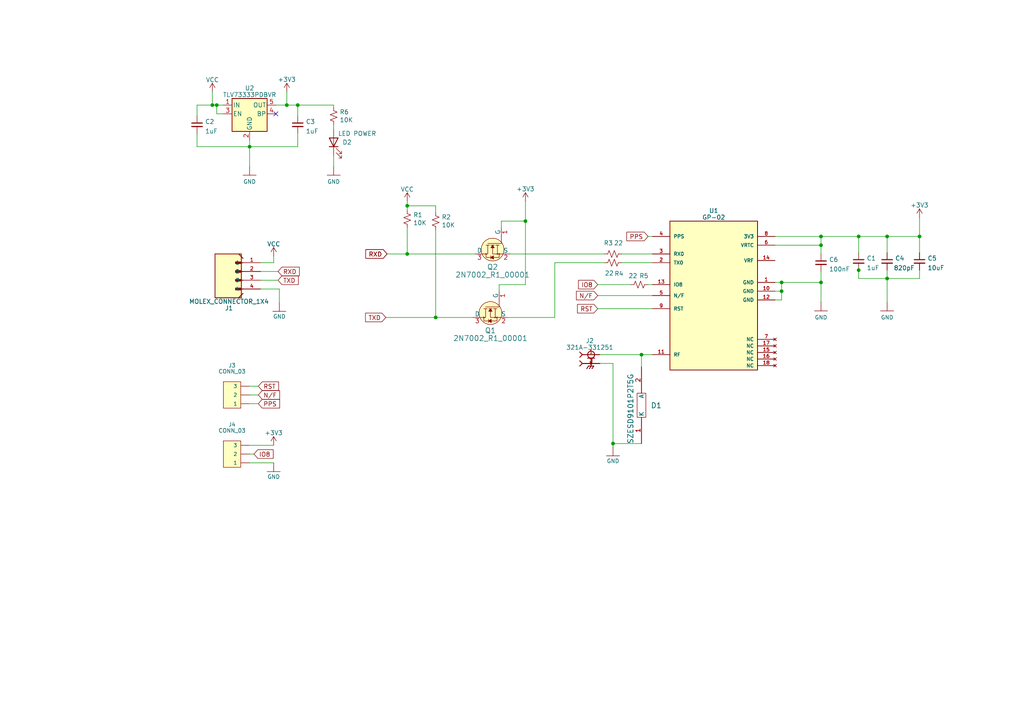
<source format=kicad_sch>
(kicad_sch (version 20230121) (generator eeschema)
  (paper "A4")
  (title_block (title "GP-02") (company "BOARDOZA YUNUS BEKAR"))
  (lib_symbols
    (symbol "CONN_03_1" (pin_numbers hide) (pin_names (offset 1.016))
      (property "Reference" "J" (at -5.08 7.62 0))
      (property "Value" "CONN_03" (at -5.08 -3.81 0))
      (property "Field4" "XXX-00000" (at 0 11.43 0))
      (symbol "CONN_03_1_0_1"
        (rectangle (start 0 -1.27) (end -5.08 6.35) (fill (type background)))
      )
      (symbol "CONN_03_1_1_1"
        (pin passive line (at 2.54 0 180) (length 2.54) (name "1") (number "1"))
        (pin passive line (at 2.54 2.54 180) (length 2.54) (name "2") (number "2"))
        (pin passive line (at 2.54 5.08 180) (length 2.54) (name "3") (number "3"))
      )
    )
    (symbol "Device:C_Small" (pin_numbers hide) (pin_names (offset 0.254) hide)
      (property "Reference" "C" (at 0.254 1.778 0))
      (property "Value" "C_Small" (at 0.254 -2.032 0))
      (symbol "C_Small_0_1"
        (polyline (pts (xy -1.524 -0.508) (xy 1.524 -0.508)) (stroke (width 0.3302)))
        (polyline (pts (xy -1.524 0.508) (xy 1.524 0.508)) (stroke (width 0.3048)))
      )
      (symbol "C_Small_1_1"
        (pin passive line (at 0 2.54 270) (length 2.032) (name "~") (number "1"))
        (pin passive line (at 0 -2.54 90) (length 2.032) (name "~") (number "2"))
      )
    )
    (symbol "Device:LED" (pin_numbers hide) (pin_names (offset 1.016) hide)
      (property "Reference" "D" (at 0 2.54 0))
      (property "Value" "LED" (at 0 -2.54 0))
      (symbol "LED_0_1"
        (polyline (pts (xy -1.27 -1.27) (xy -1.27 1.27)) (stroke (width 0.254)))
        (polyline (pts (xy -1.27 0) (xy 1.27 0)))
        (polyline (pts (xy 1.27 -1.27) (xy 1.27 1.27) (xy -1.27 0) (xy 1.27 -1.27)) (stroke (width 0.254)))
        (polyline (pts (xy -3.048 -0.762) (xy -4.572 -2.286) (xy -3.81 -2.286) (xy -4.572 -2.286) (xy -4.572 -1.524)))
        (polyline (pts (xy -1.778 -0.762) (xy -3.302 -2.286) (xy -2.54 -2.286) (xy -3.302 -2.286) (xy -3.302 -1.524)))
      )
      (symbol "LED_1_1"
        (pin passive line (at -3.81 0 0) (length 2.54) (name "K") (number "1"))
        (pin passive line (at 3.81 0 180) (length 2.54) (name "A") (number "2"))
      )
    )
    (symbol "Device:R_Small_US" (pin_numbers hide) (pin_names (offset 0.254) hide)
      (property "Reference" "R" (at 0.762 0.508 0))
      (property "Value" "R_Small_US" (at 0.762 -1.016 0))
      (symbol "R_Small_US_1_1"
        (polyline (pts (xy 0 0) (xy 1.016 -0.381) (xy 0 -0.762) (xy -1.016 -1.143) (xy 0 -1.524)))
        (polyline (pts (xy 0 1.524) (xy 1.016 1.143) (xy 0 0.762) (xy -1.016 0.381) (xy 0 0)))
        (pin passive line (at 0 2.54 270) (length 1.016) (name "~") (number "1"))
        (pin passive line (at 0 -2.54 90) (length 1.016) (name "~") (number "2"))
      )
    )
    (symbol "ESD7551N2T5G:ESD7551N2T5G" (pin_names (offset 0.254))
      (property "Reference" "U3" (at 5.7785 26.147 90))
      (property "Value" "ESD7551N2T5G" (at 20.32 3.175 0))
      (symbol "ESD7551N2T5G_1_1"
        (rectangle (start 7.62 1.27) (end 14.605 -1.27))
        (pin unspecified line (at 0 0 0) (length 7.62) (name "K") (number "1"))
        (pin unspecified line (at 22.225 0 180) (length 7.62) (name "A") (number "2"))
      )
    )
    (symbol "GPS-02:ESP-01F" (pin_names (offset 1.016))
      (property "Reference" "U1" (at 0 23.3299 0))
      (property "Value" "GP-02" (at 0 21.4089 0))
      (symbol "ESP-01F_0_0"
        (rectangle (start -12.7 20.32) (end 12.7 -22.86) (stroke (width 0.254)) (fill (type background)))
      )
      (symbol "ESP-01F_1_0"
        (pin power_in line (at 17.78 2.54 180) (length 5.08) (name "GND") (number "1"))
        (pin power_in line (at 17.78 0 180) (length 5.08) (name "GND") (number "10"))
        (pin output line (at -17.78 -18.415 0) (length 5.08) (name "RF") (number "11"))
        (pin power_in line (at 17.78 -2.54 180) (length 5.08) (name "GND") (number "12"))
        (pin input line (at -17.78 1.905 0) (length 5.08) (name "IO8") (number "13"))
        (pin power_in line (at 17.78 8.89 180) (length 5.08) (name "VRF") (number "14"))
        (pin no_connect line (at 17.78 -17.78 180) (length 5.08) (name "NC") (number "15"))
        (pin no_connect line (at 17.78 -19.685 180) (length 5.08) (name "NC") (number "16"))
        (pin no_connect line (at 17.78 -15.875 180) (length 5.08) (name "NC") (number "17"))
        (pin no_connect line (at 17.78 -21.59 180) (length 5.08) (name "NC") (number "18"))
        (pin output line (at -17.78 8.255 0) (length 5.08) (name "TX0") (number "2"))
        (pin input line (at -17.78 10.795 0) (length 5.08) (name "RX0") (number "3"))
        (pin input line (at -17.78 15.875 0) (length 5.08) (name "PPS") (number "4"))
        (pin bidirectional line (at -17.78 -1.27 0) (length 5.08) (name "N/F") (number "5"))
        (pin power_in line (at 17.78 13.335 180) (length 5.08) (name "VRTC") (number "6"))
        (pin no_connect line (at 17.78 -13.97 180) (length 5.08) (name "NC") (number "7"))
        (pin power_in line (at 17.78 15.875 180) (length 5.08) (name "3V3") (number "8"))
        (pin input line (at -17.78 -5.08 0) (length 5.08) (name "RST") (number "9"))
      )
    )
    (symbol "IPEX_20279-001E-03:20279-001E-03" (pin_names (offset 1.016))
      (property "Reference" "J" (at -3.81 4.064 0))
      (property "Value" "20279-001E-03" (at -4.064 -4.318 0))
      (symbol "20279-001E-03_0_0"
        (polyline (pts (xy -3.302 -0.762) (xy -2.54 0)) (stroke (width 0.254)))
        (polyline (pts (xy -3.302 0.762) (xy -2.54 0)) (stroke (width 0.254)))
        (polyline (pts (xy -3.302 1.778) (xy -2.54 2.54)) (stroke (width 0.254)))
        (polyline (pts (xy -3.302 3.302) (xy -2.54 2.54)) (stroke (width 0.254)))
        (polyline (pts (xy -2.54 0) (xy 0 0)) (stroke (width 0.254)))
        (polyline (pts (xy -2.54 2.54) (xy 2.54 2.54)) (stroke (width 0.254)))
        (polyline (pts (xy -1.016 1.524) (xy 0 1.524)) (stroke (width 0.254)))
        (polyline (pts (xy -0.762 -0.762) (xy -1.27 -1.524)) (stroke (width 0.254)))
        (polyline (pts (xy 0 -0.762) (xy -0.762 -0.762)) (stroke (width 0.254)))
        (polyline (pts (xy 0 -0.762) (xy -0.508 -1.524)) (stroke (width 0.254)))
        (polyline (pts (xy 0 -0.762) (xy 0.762 -0.762)) (stroke (width 0.254)))
        (polyline (pts (xy 0 0) (xy -2.286 0)) (stroke (width 0.254)))
        (polyline (pts (xy 0 0) (xy 0 -0.762)) (stroke (width 0.254)))
        (polyline (pts (xy 0 1.524) (xy 0 0)) (stroke (width 0.254)))
        (polyline (pts (xy 0 1.524) (xy 1.016 1.524)) (stroke (width 0.254)))
        (polyline (pts (xy 0.762 -0.762) (xy 0.254 -1.524)) (stroke (width 0.254)))
        (polyline (pts (xy 2.54 0) (xy 0 0)) (stroke (width 0.254)))
        (circle (center 0 0) (radius 0.254) (stroke (width 0.254)))
        (circle (center 0 2.54) (radius 1.016) (stroke (width 0.254)))
        (pin passive line (at 2.54 2.54 180) (length 5.08) (name "~") (number "1"))
        (pin passive line (at 2.54 0 180) (length 5.08) (name "~") (number "2"))
        (pin passive line (at 2.54 0 180) (length 5.08) (name "~") (number "3"))
      )
    )
    (symbol "MOLEX_22035045:22035045" (pin_names (offset 1.016))
      (property "Reference" "J" (at 0 6.35 0))
      (property "Value" "22035045" (at 0 -10.16 0))
      (symbol "22035045_0_0"
        (polyline (pts (xy 0 -6.35) (xy 1.27 -7.62)) (stroke (width 0.254)))
        (polyline (pts (xy 0 -5.08) (xy 1.905 -5.08)) (stroke (width 0.254)))
        (polyline (pts (xy 0 -2.54) (xy 1.905 -2.54)) (stroke (width 0.254)))
        (polyline (pts (xy 0 0) (xy 1.905 0)) (stroke (width 0.254)))
        (polyline (pts (xy 0 2.54) (xy 1.905 2.54)) (stroke (width 0.254)))
        (polyline (pts (xy 1.27 5.08) (xy 0 3.81)) (stroke (width 0.254)))
        (rectangle (start 0.4989 -7.62) (end 8.1189 5.08) (stroke (width 0.254)) (fill (type background)))
        (rectangle (start 0.635 -5.3975) (end 2.2225 -4.7625) (stroke (width 0.1)) (fill (type outline)))
        (rectangle (start 0.635 -2.8575) (end 2.2225 -2.2225) (stroke (width 0.1)) (fill (type outline)))
        (rectangle (start 0.635 -0.3175) (end 2.2225 0.3175) (stroke (width 0.1)) (fill (type outline)))
        (rectangle (start 0.635 2.2225) (end 2.2225 2.8575) (stroke (width 0.1)) (fill (type outline)))
        (pin passive line (at -5.08 2.54 0) (length 5.08) (name "1") (number "1"))
        (pin passive line (at -5.08 0 0) (length 5.08) (name "2") (number "2"))
        (pin passive line (at -5.08 -2.54 0) (length 5.08) (name "3") (number "3"))
        (pin passive line (at -5.08 -5.08 0) (length 5.08) (name "4") (number "4"))
      )
    )
    (symbol "Regulator_Linear:AP131-33" (pin_names (offset 0.254))
      (property "Reference" "U" (at -3.81 5.715 0))
      (property "Value" "AP131-33" (at 0 5.715 0))
      (symbol "AP131-33_0_1"
        (rectangle (start -5.08 4.445) (end 5.08 -5.08) (stroke (width 0.254)) (fill (type background)))
      )
      (symbol "AP131-33_1_1"
        (pin power_in line (at -7.62 2.54 0) (length 2.54) (name "IN") (number "1"))
        (pin power_in line (at 0 -7.62 90) (length 2.54) (name "GND") (number "2"))
        (pin input line (at -7.62 0 0) (length 2.54) (name "EN") (number "3"))
        (pin input line (at 7.62 0 180) (length 2.54) (name "BP") (number "4"))
        (pin power_out line (at 7.62 2.54 180) (length 2.54) (name "OUT") (number "5"))
      )
    )
    (symbol "SparkFun-Connectors:CONN_03" (pin_numbers hide) (pin_names (offset 1.016))
      (property "Reference" "J" (at -5.08 7.62 0))
      (property "Value" "CONN_03" (at -5.08 -3.81 0))
      (property "Field4" "XXX-00000" (at 0 11.43 0))
      (symbol "CONN_03_0_1"
        (rectangle (start 0 -1.27) (end -5.08 6.35) (fill (type background)))
      )
      (symbol "CONN_03_1_1"
        (pin passive line (at 2.54 0 180) (length 2.54) (name "1") (number "1"))
        (pin passive line (at 2.54 2.54 180) (length 2.54) (name "2") (number "2"))
        (pin passive line (at 2.54 5.08 180) (length 2.54) (name "3") (number "3"))
      )
    )
    (symbol "SparkFun-PowerSymbols:GND" (power) (pin_numbers hide) (pin_names (offset 1.016) hide)
      (property "Value" "GND" (at -1.778 -5.08 0))
      (symbol "GND_1_0"
        (polyline (pts (xy -1.905 -2.54) (xy 1.905 -2.54)))
        (polyline (pts (xy 0 0) (xy 0 -2.54)))
      )
      (symbol "GND_1_1"
        (pin power_in line (at 0 0 270) (length 0) hide (name "GND") (number "~"))
      )
    )
    (symbol "dk_Transistors-FETs-MOSFETs-Single:2N7002-7-F" (pin_names (offset 0))
      (property "Reference" "Q" (at -2.6924 3.6322 0))
      (property "Value" "2N7002-7-F" (at 3.4544 0 90))
      (symbol "2N7002-7-F_0_1"
        (circle (center -1.27 0) (radius 3.302) (fill (type background)))
        (circle (center 0 -1.905) (radius 0.127))
        (circle (center 0 -1.397) (radius 0.127))
        (polyline (pts (xy 0 -1.397) (xy -2.54 -1.397)))
        (polyline (pts (xy -5.08 -2.54) (xy -3.048 -2.54) (xy -3.048 1.397)))
        (polyline (pts (xy 0 -2.54) (xy 0 0) (xy -2.54 0)))
        (polyline (pts (xy 0 2.54) (xy 0 1.397) (xy -2.54 1.397)))
        (polyline (pts (xy -0.127 -1.905) (xy 1.016 -1.905) (xy 1.016 1.397) (xy 1.016 1.905) (xy -0.127 1.905)))
        (circle (center 0 1.905) (radius 0.127))
      )
      (symbol "2N7002-7-F_1_1"
        (polyline (pts (xy -2.54 -1.397) (xy -2.54 -1.905)))
        (polyline (pts (xy -2.54 -1.397) (xy -2.54 -0.889)))
        (polyline (pts (xy -2.54 0) (xy -2.54 -0.508)))
        (polyline (pts (xy -2.54 0) (xy -2.54 0.508)))
        (polyline (pts (xy -2.54 1.905) (xy -2.54 0.889)))
        (polyline (pts (xy 1.524 0.508) (xy 0.508 0.508)))
        (polyline (pts (xy -2.54 0) (xy -1.778 0.508) (xy -1.778 -0.508) (xy -2.54 0)) (fill (type outline)))
        (polyline (pts (xy 1.016 0.508) (xy 0.508 -0.254) (xy 1.524 -0.254) (xy 1.016 0.508)) (fill (type outline)))
        (pin bidirectional line (at -7.62 -2.54 0) (length 2.54) (name "G") (number "1"))
        (pin bidirectional line (at 0 -5.08 90) (length 2.54) (name "S") (number "2"))
        (pin bidirectional line (at 0 5.08 270) (length 2.54) (name "D") (number "3"))
      )
    )
    (symbol "power:+3V3" (power) (pin_names (offset 0))
      (property "Value" "+3V3" (at 0 3.556 0))
      (symbol "+3V3_0_1"
        (polyline (pts (xy -0.762 1.27) (xy 0 2.54)))
        (polyline (pts (xy 0 0) (xy 0 2.54)))
        (polyline (pts (xy 0 2.54) (xy 0.762 1.27)))
      )
      (symbol "+3V3_1_1"
        (pin power_in line (at 0 0 90) (length 0) hide (name "+3V3") (number "1"))
      )
    )
    (symbol "power:VCC" (power) (pin_names (offset 0))
      (property "Value" "VCC" (at 0 3.81 0))
      (symbol "VCC_0_1"
        (polyline (pts (xy -0.762 1.27) (xy 0 2.54)))
        (polyline (pts (xy 0 0) (xy 0 2.54)))
        (polyline (pts (xy 0 2.54) (xy 0.762 1.27)))
      )
      (symbol "VCC_1_1"
        (pin power_in line (at 0 0 90) (length 0) hide (name "VCC") (number "1"))
      )
    )
  )
  (junction (at 152.4 64.135))
  (junction (at 61.595 30.48))
  (junction (at 238.125 81.915))
  (junction (at 126.365 92.075))
  (junction (at 249.047 68.58))
  (junction (at 118.11 59.69))
  (junction (at 118.11 73.66))
  (junction (at 226.695 84.455))
  (junction (at 177.8 128.651))
  (junction (at 86.36 30.48))
  (junction (at 186.055 102.87))
  (junction (at 62.865 30.48))
  (junction (at 266.7 68.58))
  (junction (at 249.047 78.359))
  (junction (at 238.125 71.12))
  (junction (at 83.185 30.48))
  (junction (at 226.695 81.915))
  (junction (at 257.302 68.58))
  (junction (at 72.39 42.545))
  (junction (at 257.302 80.772))
  (junction (at 238.125 68.58))
  (no_connect (at 80.01 33.02))
  (wire (pts (xy 144.78 82.55) (xy 152.4 82.55)))
  (wire (pts (xy 257.302 68.58) (xy 266.7 68.58)))
  (wire (pts (xy 57.15 42.545) (xy 57.15 38.735)))
  (wire (pts (xy 238.125 71.12) (xy 238.125 73.66)))
  (wire (pts (xy 126.365 66.675) (xy 126.365 92.075)))
  (wire (pts (xy 79.375 129.159) (xy 72.39 129.159)))
  (wire (pts (xy 226.695 81.915) (xy 226.695 84.455)))
  (wire (pts (xy 186.055 102.87) (xy 189.23 102.87)))
  (wire (pts (xy 224.79 81.915) (xy 226.695 81.915)))
  (wire (pts (xy 62.865 30.48) (xy 64.77 30.48)))
  (wire (pts (xy 266.7 80.772) (xy 266.7 78.359)))
  (wire (pts (xy 118.11 60.96) (xy 118.11 59.69)))
  (wire (pts (xy 173.355 85.725) (xy 189.23 85.725)))
  (wire (pts (xy 224.79 71.12) (xy 238.125 71.12)))
  (wire (pts (xy 126.365 92.075) (xy 137.16 92.075)))
  (wire (pts (xy 147.955 73.66) (xy 175.26 73.66)))
  (wire (pts (xy 224.79 68.58) (xy 238.125 68.58)))
  (wire (pts (xy 266.7 63.119) (xy 266.7 68.58)))
  (wire (pts (xy 238.125 68.58) (xy 249.047 68.58)))
  (wire (pts (xy 180.34 76.2) (xy 189.23 76.2)))
  (wire (pts (xy 61.595 30.48) (xy 62.865 30.48)))
  (wire (pts (xy 74.93 117.094) (xy 72.39 117.094)))
  (wire (pts (xy 61.595 26.67) (xy 61.595 30.48)))
  (wire (pts (xy 72.39 42.545) (xy 57.15 42.545)))
  (wire (pts (xy 152.4 64.135) (xy 145.415 64.135)))
  (wire (pts (xy 257.302 78.359) (xy 257.302 80.772)))
  (wire (pts (xy 86.36 33.655) (xy 86.36 30.48)))
  (wire (pts (xy 257.302 80.772) (xy 257.302 87.63)))
  (wire (pts (xy 144.78 84.455) (xy 144.78 82.55)))
  (wire (pts (xy 177.8 128.651) (xy 186.055 128.651)))
  (wire (pts (xy 64.77 33.02) (xy 62.865 33.02)))
  (wire (pts (xy 79.375 76.2) (xy 75.565 76.2)))
  (wire (pts (xy 177.8 129.667) (xy 177.8 128.651)))
  (wire (pts (xy 72.39 40.64) (xy 72.39 42.545)))
  (wire (pts (xy 160.909 76.2) (xy 175.26 76.2)))
  (wire (pts (xy 73.66 131.699) (xy 72.39 131.699)))
  (wire (pts (xy 173.99 102.87) (xy 186.055 102.87)))
  (wire (pts (xy 74.93 112.014) (xy 72.39 112.014)))
  (wire (pts (xy 186.055 102.87) (xy 186.055 106.426)))
  (wire (pts (xy 152.4 58.42) (xy 152.4 64.135)))
  (wire (pts (xy 152.4 82.55) (xy 152.4 64.135)))
  (wire (pts (xy 257.302 80.772) (xy 266.7 80.772)))
  (wire (pts (xy 180.34 73.66) (xy 189.23 73.66)))
  (wire (pts (xy 81.026 83.82) (xy 81.026 87.757)))
  (wire (pts (xy 96.774 36.195) (xy 96.774 37.465)))
  (wire (pts (xy 96.774 30.48) (xy 96.774 31.115)))
  (wire (pts (xy 238.125 68.58) (xy 238.125 71.12)))
  (wire (pts (xy 86.36 42.545) (xy 72.39 42.545)))
  (wire (pts (xy 111.887 92.075) (xy 126.365 92.075)))
  (wire (pts (xy 83.185 26.67) (xy 83.185 30.48)))
  (wire (pts (xy 118.11 73.66) (xy 137.795 73.66)))
  (wire (pts (xy 238.125 81.915) (xy 238.125 87.63)))
  (wire (pts (xy 238.125 78.74) (xy 238.125 81.915)))
  (wire (pts (xy 62.865 33.02) (xy 62.865 30.48)))
  (wire (pts (xy 112.268 73.66) (xy 118.11 73.66)))
  (wire (pts (xy 79.375 134.239) (xy 72.39 134.239)))
  (wire (pts (xy 266.7 73.279) (xy 266.7 68.58)))
  (wire (pts (xy 118.11 59.69) (xy 118.11 58.42)))
  (wire (pts (xy 83.185 30.48) (xy 80.01 30.48)))
  (wire (pts (xy 75.565 78.74) (xy 80.645 78.74)))
  (wire (pts (xy 226.695 86.995) (xy 224.79 86.995)))
  (wire (pts (xy 187.96 82.55) (xy 189.23 82.55)))
  (wire (pts (xy 57.15 33.655) (xy 57.15 30.48)))
  (wire (pts (xy 226.695 81.915) (xy 238.125 81.915)))
  (wire (pts (xy 249.047 80.772) (xy 257.302 80.772)))
  (wire (pts (xy 145.415 64.135) (xy 145.415 66.04)))
  (wire (pts (xy 249.047 68.58) (xy 257.302 68.58)))
  (wire (pts (xy 126.365 59.69) (xy 126.365 61.595)))
  (wire (pts (xy 72.39 48.26) (xy 72.39 42.545)))
  (wire (pts (xy 249.047 78.232) (xy 249.047 78.359)))
  (wire (pts (xy 86.36 30.48) (xy 96.774 30.48)))
  (wire (pts (xy 177.8 128.651) (xy 177.8 105.41)))
  (wire (pts (xy 226.695 84.455) (xy 226.695 86.995)))
  (wire (pts (xy 160.909 76.2) (xy 160.909 92.075)))
  (wire (pts (xy 80.645 81.28) (xy 75.565 81.28)))
  (wire (pts (xy 86.36 38.735) (xy 86.36 42.545)))
  (wire (pts (xy 160.909 92.075) (xy 147.32 92.075)))
  (wire (pts (xy 173.355 89.535) (xy 189.23 89.535)))
  (wire (pts (xy 187.96 68.58) (xy 189.23 68.58)))
  (wire (pts (xy 177.8 105.41) (xy 173.99 105.41)))
  (wire (pts (xy 57.15 30.48) (xy 61.595 30.48)))
  (wire (pts (xy 74.93 114.554) (xy 72.39 114.554)))
  (wire (pts (xy 86.36 30.48) (xy 83.185 30.48)))
  (wire (pts (xy 257.302 68.58) (xy 257.302 73.279)))
  (wire (pts (xy 173.355 82.55) (xy 182.88 82.55)))
  (wire (pts (xy 79.375 74.295) (xy 79.375 76.2)))
  (wire (pts (xy 118.11 66.04) (xy 118.11 73.66)))
  (wire (pts (xy 249.047 73.279) (xy 249.047 68.58)))
  (wire (pts (xy 224.79 84.455) (xy 226.695 84.455)))
  (wire (pts (xy 249.047 78.359) (xy 249.047 80.772)))
  (wire (pts (xy 96.774 45.085) (xy 96.774 48.26)))
  (wire (pts (xy 75.565 83.82) (xy 81.026 83.82)))
  (wire (pts (xy 118.11 59.69) (xy 126.365 59.69)))
  (global_label "RST" (shape input) (at 173.355 89.535 180) (property "Intersheetrefs" "${INTERSHEET_REFS}" (effects hide)))
  (global_label "PPS" (shape input) (at 187.96 68.58 180) (property "Intersheetrefs" "${INTERSHEET_REFS}" (effects hide)))
  (global_label "IO8" (shape input) (at 73.66 131.699 0) (property "Intersheetrefs" "${INTERSHEET_REFS}" (effects hide)))
  (global_label "N{slash}F" (shape input) (at 74.93 114.554 0) (property "Intersheetrefs" "${INTERSHEET_REFS}" (effects hide)))
  (global_label "PPS" (shape input) (at 74.93 117.094 0) (property "Intersheetrefs" "${INTERSHEET_REFS}" (effects hide)))
  (global_label "TXD" (shape input) (at 80.645 81.28 0) (property "Intersheetrefs" "${INTERSHEET_REFS}" (effects hide)))
  (global_label "RXD" (shape input) (at 80.645 78.74 0) (property "Intersheetrefs" "${INTERSHEET_REFS}" (effects hide)))
  (global_label "RXD" (shape input) (at 112.268 73.66 180) (property "Intersheetrefs" "${INTERSHEET_REFS}" (effects hide)))
  (global_label "RST" (shape input) (at 74.93 112.014 0) (property "Intersheetrefs" "${INTERSHEET_REFS}" (effects hide)))
  (global_label "TXD" (shape input) (at 111.887 92.075 180) (property "Intersheetrefs" "${INTERSHEET_REFS}" (effects hide)))
  (global_label "IO8" (shape input) (at 173.355 82.55 180) (property "Intersheetrefs" "${INTERSHEET_REFS}" (effects hide)))
  (global_label "RXD" (shape input) (at 112.268 73.66 180) (property "Intersheetrefs" "${INTERSHEET_REFS}" (effects hide)))
  (global_label "N{slash}F" (shape input) (at 173.355 85.725 180) (property "Intersheetrefs" "${INTERSHEET_REFS}" (effects hide)))
  (symbol (lib_id "Device:R_Small_US") (at 185.42 82.55 270) (unit 1)
    (property "Reference" "R5" (at 185.42 80.01 90) (effects (justify left)))
    (property "Value" "22" (at 182.245 80.01 90) (effects (justify left)))
    (property "Footprint" "Resistor_SMD:R_0603_1608Metric" (effects hide))
  )
  (symbol (lib_id "power:+3V3") (at 79.375 129.159 0) (unit 1)
    (property "Reference" "#PWR09" (effects hide))
    (property "Value" "+3V3" (at 79.375 125.5545 0))
  )
  (symbol (lib_id "GPS-02:ESP-01F") (at 207.01 84.455 0) (unit 1)
    (property "Reference" "U1" (at 207.01 61.1251 0))
    (property "Value" "GP-02" (at 207.01 63.0461 0))
    (property "Footprint" "others:GPS-02" (effects hide))
    (property "MF" "AI-Thinker" (effects hide))
    (property "MAXIMUM_PACKAGE_HEIGHT" "2 mm" (effects hide))
    (property "Package" "None" (effects hide))
    (property "Price" "None" (effects hide))
    (property "Description" "\n802.11b/g/n Wi-Fi SOC module\n" (effects hide))
    (property "PARTREV" "V1" (effects hide))
    (property "SnapEDA_Link" "https://www.snapeda.com/parts/ESP-01F/AI-Thinker/view-part/?ref=snap" (effects hide))
    (property "MP" "ESP-01F" (effects hide))
    (property "STANDRAD" "IPC-7351B" (effects hide))
    (property "Availability" "Not in stock" (effects hide))
    (property "MANUFACTURER" "AI-Thinker" (effects hide))
  )
  (symbol (lib_id "SparkFun-PowerSymbols:GND") (at 72.39 48.26 0) (unit 1)
    (property "Reference" "#GND01" (effects hide))
    (property "Value" "GND" (at 72.39 52.6964 0) (effects (font (size 1.143 1.143))))
  )
  (symbol (lib_id "Regulator_Linear:AP131-33") (at 72.39 33.02 0) (unit 1)
    (property "Reference" "U2" (at 72.39 25.5651 0))
    (property "Value" "TLV73333PDBVR" (at 72.39 27.4861 0))
    (property "Footprint" "Package_TO_SOT_SMD:SOT-23-5" (effects hide))
    (property "Datasheet" "http://www.diodes.com/_files/datasheets/AP131.pdf" (effects hide))
  )
  (symbol (lib_id "Device:R_Small_US") (at 96.774 33.655 0) (unit 1)
    (property "Reference" "R6" (at 98.5012 32.4866 0) (effects (justify left)))
    (property "Value" "10K" (at 98.5012 34.798 0) (effects (justify left)))
    (property "Footprint" "Resistor_SMD:R_0603_1608Metric" (effects hide))
  )
  (symbol (lib_id "Device:C_Small") (at 266.7 75.819 0) (unit 1)
    (property "Reference" "C5" (at 269.0241 74.9168 0) (effects (justify left)))
    (property "Value" "10uF" (at 269.0241 77.6919 0) (effects (justify left)))
    (property "Footprint" "Capacitor_SMD:C_0603_1608Metric" (effects hide))
  )
  (symbol (lib_id "Device:C_Small") (at 86.36 36.195 0) (unit 1)
    (property "Reference" "C3" (at 88.6841 35.2928 0) (effects (justify left)))
    (property "Value" "1uF" (at 88.6841 38.0679 0) (effects (justify left)))
    (property "Footprint" "Capacitor_SMD:C_0603_1608Metric" (effects hide))
  )
  (symbol (lib_id "Device:C_Small") (at 249.047 75.819 0) (unit 1)
    (property "Reference" "C1" (at 251.3711 74.9168 0) (effects (justify left)))
    (property "Value" "1uF" (at 251.3711 77.6919 0) (effects (justify left)))
    (property "Footprint" "Capacitor_SMD:C_0603_1608Metric" (effects hide))
  )
  (symbol (lib_id "dk_Transistors-FETs-MOSFETs-Single:2N7002-7-F") (at 142.875 73.66 90) (mirror x) (unit 1)
    (property "Reference" "Q2" (at 142.875 77.4541 90) (effects (font (size 1.524 1.524))))
    (property "Value" "2N7002_R1_00001" (at 142.875 79.7083 90) (effects (font (size 1.524 1.524))))
    (property "Footprint" "digikey-footprints:SOT-23-3" (effects hide))
    (property "Datasheet" "https://www.diodes.com/assets/Datasheets/ds11303.pdf" (effects hide))
    (property "Digi-Key_PN" "2N7002-FDICT-ND" (effects hide))
    (property "MPN" "2N7002-7-F" (effects hide))
    (property "Category" "Discrete Semiconductor Products" (effects hide))
    (property "Family" "Transistors - FETs, MOSFETs - Single" (effects hide))
    (property "DK_Datasheet_Link" "https://www.diodes.com/assets/Datasheets/ds11303.pdf" (effects hide))
    (property "DK_Detail_Page" "/product-detail/en/diodes-incorporated/2N7002-7-F/2N7002-FDICT-ND/717800" (effects hide))
    (property "Description" "MOSFET N-CH 60V 115MA SOT23-3" (effects hide))
    (property "Manufacturer" "Diodes Incorporated" (effects hide))
    (property "Status" "Active" (effects hide))
  )
  (symbol (lib_id "power:VCC") (at 61.595 26.67 0) (unit 1)
    (property "Reference" "#PWR02" (effects hide))
    (property "Value" "VCC" (at 61.595 23.1681 0))
  )
  (symbol (lib_id "IPEX_20279-001E-03:20279-001E-03") (at 171.45 105.41 0) (unit 1)
    (property "Reference" "J2" (at 171.069 98.8441 0))
    (property "Value" "321A-331251" (at 171.069 100.7651 0))
    (property "Footprint" "others:IPEX_20279-001E-03" (effects hide))
    (property "MF" "I-PEX" (effects hide))
    (property "Description" "\n1 POS Vertical SMD Small form factor with big performance through 6 GHz connector,MHF, RF, micro-coaxial MHF I Receptacle\n" (effects hide))
    (property "Package" "None" (effects hide))
    (property "Price" "None" (effects hide))
    (property "STANDARD" "Manufacturer Recommendations" (effects hide))
    (property "PARTREV" "21" (effects hide))
    (property "SnapEDA_Link" "https://www.snapeda.com/parts/20279-001E-03/I-PEX/view-part/?ref=snap" (effects hide))
    (property "MP" "20279-001E-03" (effects hide))
    (property "Purchase-URL" "https://www.snapeda.com/api/url_track_click_mouser/?unipart_id=3221458&manufacturer=I-PEX&part_name=20279-001E-03&search_term=None" (effects hide))
    (property "Availability" "In Stock" (effects hide))
    (property "Check_prices" "https://www.snapeda.com/parts/20279-001E-03/I-PEX/view-part/?ref=eda" (effects hide))
  )
  (symbol (lib_id "Device:C_Small") (at 257.302 75.819 0) (unit 1)
    (property "Reference" "C4" (at 259.6261 74.9168 0) (effects (justify left)))
    (property "Value" "820pF" (at 259.207 77.724 0) (effects (justify left)))
    (property "Footprint" "Capacitor_SMD:C_0603_1608Metric" (effects hide))
  )
  (symbol (lib_id "Device:R_Small_US") (at 126.365 64.135 0) (unit 1)
    (property "Reference" "R2" (at 128.0922 62.9666 0) (effects (justify left)))
    (property "Value" "10K" (at 128.0922 65.278 0) (effects (justify left)))
    (property "Footprint" "Resistor_SMD:R_0603_1608Metric" (effects hide))
  )
  (symbol (lib_id "dk_Transistors-FETs-MOSFETs-Single:2N7002-7-F") (at 142.24 92.075 90) (mirror x) (unit 1)
    (property "Reference" "Q1" (at 142.24 95.8691 90) (effects (font (size 1.524 1.524))))
    (property "Value" "2N7002_R1_00001" (at 142.24 98.1233 90) (effects (font (size 1.524 1.524))))
    (property "Footprint" "digikey-footprints:SOT-23-3" (effects hide))
    (property "Datasheet" "https://www.diodes.com/assets/Datasheets/ds11303.pdf" (effects hide))
    (property "Digi-Key_PN" "2N7002-FDICT-ND" (effects hide))
    (property "MPN" "2N7002-7-F" (effects hide))
    (property "Category" "Discrete Semiconductor Products" (effects hide))
    (property "Family" "Transistors - FETs, MOSFETs - Single" (effects hide))
    (property "DK_Datasheet_Link" "https://www.diodes.com/assets/Datasheets/ds11303.pdf" (effects hide))
    (property "DK_Detail_Page" "/product-detail/en/diodes-incorporated/2N7002-7-F/2N7002-FDICT-ND/717800" (effects hide))
    (property "Description" "MOSFET N-CH 60V 115MA SOT23-3" (effects hide))
    (property "Manufacturer" "Diodes Incorporated" (effects hide))
    (property "Status" "Active" (effects hide))
  )
  (symbol (lib_id "SparkFun-PowerSymbols:GND") (at 81.026 87.757 0) (unit 1)
    (property "Reference" "#GND03" (effects hide))
    (property "Value" "GND" (at 81.026 91.8091 0) (effects (font (size 1.143 1.143))))
  )
  (symbol (lib_id "power:+3V3") (at 83.185 26.67 0) (unit 1)
    (property "Reference" "#PWR01" (effects hide))
    (property "Value" "+3V3" (at 83.185 23.0655 0))
  )
  (symbol (lib_id "Device:C_Small") (at 57.15 36.195 0) (unit 1)
    (property "Reference" "C2" (at 59.4741 35.2928 0) (effects (justify left)))
    (property "Value" "1uF" (at 59.4741 38.0679 0) (effects (justify left)))
    (property "Footprint" "Capacitor_SMD:C_0603_1608Metric" (effects hide))
  )
  (symbol (lib_id "MOLEX_22035045:22035045") (at 70.485 78.74 0) (mirror y) (unit 1)
    (property "Reference" "J1" (at 66.4255 89.3699 0))
    (property "Value" "MOLEX_CONNECTOR_1X4" (at 66.4255 87.4489 0))
    (property "Footprint" "others:2317-04S_1x04_P2.50mm_Vertical" (effects hide))
    (property "MF" "Molex" (effects hide))
    (property "MAXIMUM_PACKAGE_HEIGHT" "5.9 mm" (effects hide))
    (property "Package" "None" (effects hide))
    (property "Price" "None" (effects hide))
    (property "Check_prices" "https://www.snapeda.com/parts/22035045/Molex/view-part/?ref=eda" (effects hide))
    (property "STANDARD" "Manufacturer Recommendations" (effects hide))
    (property "PARTREV" "A" (effects hide))
    (property "SnapEDA_Link" "https://www.snapeda.com/parts/22035045/Molex/view-part/?ref=snap" (effects hide))
    (property "MP" "22035045" (effects hide))
    (property "Description" "\nConnector Header Through Hole 4 position 0.098 (2.50mm)\n" (effects hide))
    (property "Availability" "In Stock" (effects hide))
    (property "MANUFACTURER" "Molex" (effects hide))
  )
  (symbol (lib_id "SparkFun-Connectors:CONN_03") (at 69.85 117.094 0) (unit 1)
    (property "Reference" "J3" (at 67.31 105.9837 0) (effects (font (size 1.143 1.143))))
    (property "Value" "CONN_03" (at 67.31 107.7379 0) (effects (font (size 1.143 1.143))))
    (property "Footprint" "1X03" (effects hide))
  )
  (symbol (lib_id "SparkFun-PowerSymbols:GND") (at 96.774 48.26 0) (unit 1)
    (property "Reference" "#GND07" (effects hide))
    (property "Value" "GND" (at 96.774 52.6964 0) (effects (font (size 1.143 1.143))))
  )
  (symbol (lib_id "Device:LED") (at 96.774 41.275 90) (unit 1)
    (property "Reference" "D2" (at 99.314 41.275 90) (effects (justify right)))
    (property "Value" "LED POWER" (at 98.044 38.735 90) (effects (justify right)))
    (property "Footprint" "LED_SMD:LED_0603_1608Metric" (effects hide))
  )
  (symbol (lib_id "power:+3V3") (at 266.7 63.119 0) (unit 1)
    (property "Reference" "#PWR08" (effects hide))
    (property "Value" "+3V3" (at 266.7 59.5145 0))
  )
  (symbol (lib_id "SparkFun-PowerSymbols:GND") (at 79.375 134.239 0) (unit 1)
    (property "Reference" "#GND06" (effects hide))
    (property "Value" "GND" (at 79.375 138.2911 0) (effects (font (size 1.143 1.143))))
  )
  (symbol (lib_id "SparkFun-PowerSymbols:GND") (at 238.125 87.63 0) (unit 1)
    (property "Reference" "#GND04" (effects hide))
    (property "Value" "GND" (at 238.125 92.0664 0) (effects (font (size 1.143 1.143))))
  )
  (symbol (lib_id "ESD7551N2T5G:ESD7551N2T5G") (at 186.055 128.651 90) (unit 1)
    (property "Reference" "D1" (at 188.722 117.602 90) (effects (font (size 1.524 1.524)) (justify right)))
    (property "Value" "SZESD9101P2T5G" (at 182.88 108.331 0) (effects (font (size 1.524 1.524)) (justify right)))
    (property "Footprint" "Diode_SMD:D_SOD-923" (effects hide))
    (property "Datasheet" "https://www.digikey.com/en/products/detail/onsemi/ESD7551N2T5G/8538430" (effects hide))
  )
  (symbol (lib_id "power:VCC") (at 79.375 74.295 0) (unit 1)
    (property "Reference" "#PWR05" (effects hide))
    (property "Value" "VCC" (at 79.375 70.7931 0))
  )
  (symbol (lib_id "power:+3V3") (at 152.4 58.42 0) (unit 1)
    (property "Reference" "#PWR04" (effects hide))
    (property "Value" "+3V3" (at 152.4 54.8155 0))
  )
  (symbol (lib_id "SparkFun-PowerSymbols:GND") (at 177.8 129.667 0) (unit 1)
    (property "Reference" "#GND05" (effects hide))
    (property "Value" "GND" (at 177.8 133.7191 0) (effects (font (size 1.143 1.143))))
  )
  (symbol (lib_id "Device:R_Small_US") (at 177.8 73.66 90) (unit 1)
    (property "Reference" "R3" (at 177.8 70.485 90) (effects (justify left)))
    (property "Value" "22" (at 180.721 70.485 90) (effects (justify left)))
    (property "Footprint" "Resistor_SMD:R_0603_1608Metric" (effects hide))
  )
  (symbol (lib_name "CONN_03_1") (lib_id "SparkFun-Connectors:CONN_03") (at 69.85 134.239 0) (unit 1)
    (property "Reference" "J4" (at 67.31 123.1287 0) (effects (font (size 1.143 1.143))))
    (property "Value" "CONN_03" (at 67.31 124.8829 0) (effects (font (size 1.143 1.143))))
    (property "Footprint" "1X03" (effects hide))
  )
  (symbol (lib_id "power:VCC") (at 118.11 58.42 0) (unit 1)
    (property "Reference" "#PWR03" (effects hide))
    (property "Value" "VCC" (at 118.11 54.9181 0))
  )
  (symbol (lib_id "Device:R_Small_US") (at 118.11 63.5 0) (unit 1)
    (property "Reference" "R1" (at 119.8372 62.3316 0) (effects (justify left)))
    (property "Value" "10K" (at 119.8372 64.643 0) (effects (justify left)))
    (property "Footprint" "Resistor_SMD:R_0603_1608Metric" (effects hide))
  )
  (symbol (lib_id "Device:C_Small") (at 238.125 76.2 0) (unit 1)
    (property "Reference" "C6" (at 240.4491 75.2978 0) (effects (justify left)))
    (property "Value" "100nF" (at 240.4491 78.0729 0) (effects (justify left)))
    (property "Footprint" "Capacitor_SMD:C_0603_1608Metric" (effects hide))
  )
  (symbol (lib_id "SparkFun-PowerSymbols:GND") (at 257.302 87.63 0) (unit 1)
    (property "Reference" "#GND02" (effects hide))
    (property "Value" "GND" (at 257.302 92.0664 0) (effects (font (size 1.143 1.143))))
  )
  (symbol (lib_id "Device:R_Small_US") (at 177.8 76.2 270) (unit 1)
    (property "Reference" "R4" (at 178.181 79.375 90) (effects (justify left)))
    (property "Value" "22" (at 175.387 79.248 90) (effects (justify left)))
    (property "Footprint" "Resistor_SMD:R_0603_1608Metric" (effects hide))
  )
)
</source>
